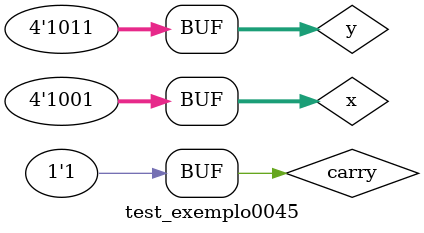
<source format=v>



module FullAdder(s, carryOut, x, y, carryIn);
  output s, carryOut;
  input x, y, carryIn;
  wire a, b, c;

//-- portas 
  xor (a, x, y);
  xor (s, a, carryIn);   
  and (b, x, y);
  and (c, a, carryIn);
  or (carryOut, c, b);
  
endmodule //--FullAdder

// ------------------------- 
// somador
// ------------------------- 

module somador(s, carryOut, x, y, carryIn);
  output [3:0] s;
  output carryOut;
  input  [3:0] x, y;
  input carryIn;
  
  wire c1, c2, c3, z1, z2, z3, z4, z5;
  
  //--portas 
  xor (z1, y[0] , carryIn);
  xor (z2, y[1] , carryIn);
  xor (z3, y[2] , carryIn);
  xor (z4, y[3] , carryIn);
  FullAdder FULLADDER0(s[0], c1, x[0], z1, carryIn);
  FullAdder FULLADDER1(s[1], c2, x[1], z2, c1);
  FullAdder FULLADDER2(s[2], c3, x[2], z3, c2);
  FullAdder FULLADDER3(s[3], z5, x[3], z4, c3);
  xor (carryOut, z5 , carryIn);
  
endmodule //--somador

 module verificarSeE0(output s , input [3:0] a);
 
 wire tmp0,tmp1,tmp2,tmp3;
 
 nor NOR0( tmp0 , 0 , a[0]);
 nor NOR1( tmp1 , 0 , a[1]);
 nor NOR2( tmp2 , 0 , a[2]);
 nor NOR3( tmp3 , 0 , a[3]);
 
 assign s = tmp0 & tmp1 & tmp2 & tmp3;
 
endmodule //-- FIm testa se e 0

// ------------------------- 
//  Soma e Subs
// -------------------------

module somaSubs( output [3:0] s , input [3:0] a , input operador );

wire carryOut;

somador SOMADOR0( s , carryOut , a , 0001 , operador );


endmodule //-- Fim SomaSub

module test_exemplo0045; 
// ------------------------- definir dados 
reg [3:0] x;
 
reg [3:0] y; 
reg carry; 
wire [3:0] soma , xPlus1;
wire carryOut , resp; 

//-- operador 0 pois e uma soma

somaSubs SOMASUBS1(xPlus1, x , 0 );
somador SOMADOR0(soma, carryOut, x, y, carry);

//-- VErificar se o resultado e 0
verificarSeE0 VERIFICAR0(resp, soma);

// ------------------------- parte principal 
  initial
  begin
  $display("Exemplo0045 - Samuel Eusébio da Silva - 435055"); 
  
  //--Testes
  $monitor($time," x = %b x + 1 = %b y = %b carryIn = %b * carry out = %b soma = %b Verificacao se e 0 : %b\n",x , xPlus1 , y, carry,carryOut,soma,resp );
  end
  
  // Entradas
  initial
  begin
  x = 4'b0010;y = 4'b0100; carry = 1'b0;


  #5 x = 4'b0001;y = 4'b1111;
  #5 x = 4'b0011;y = 4'b1011;
  #5 x = 4'b0001;y = 4'b1011;
  #5 x = 4'b0001;y = 4'b1011;
  
   #5 x = 4'b0010;y = 4'b0100;carry = 1'b1;
   #5 x = 4'b1001;y = 4'b1111;
   #5 x = 4'b0011;y = 4'b1011;
   #5 x = 4'b0101;y = 4'b1011;
   #5 x = 4'b1001;y = 4'b1011;

  end
endmodule // --test
</source>
